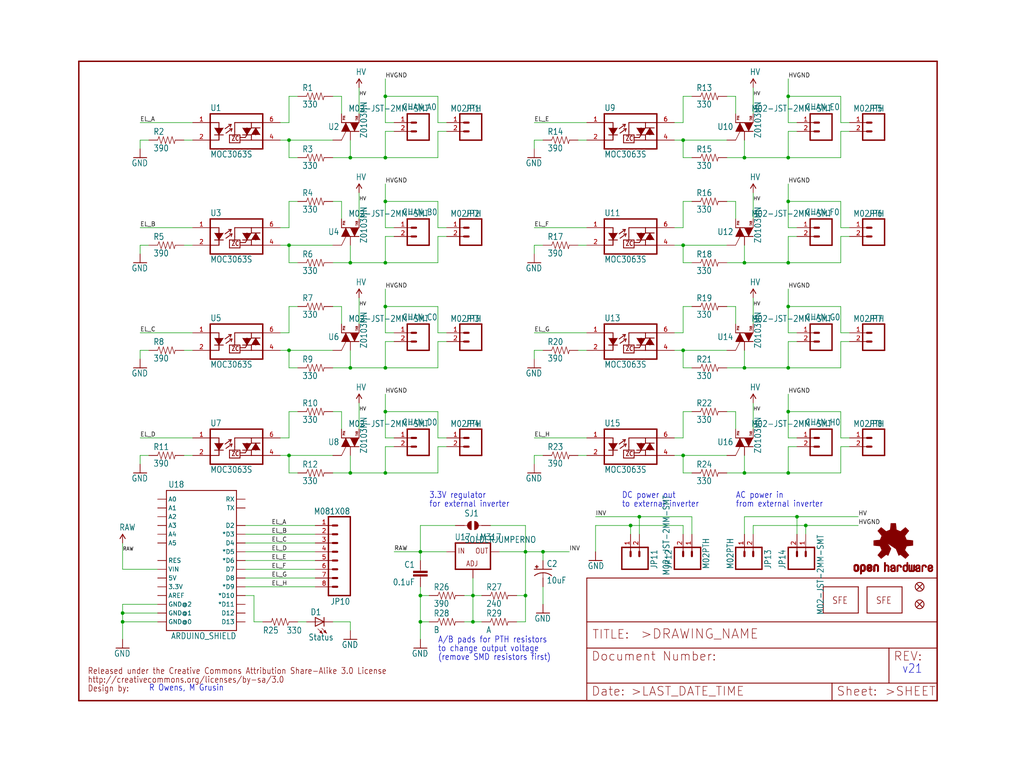
<source format=kicad_sch>
(kicad_sch (version 20211123) (generator eeschema)
  (paper "User" 297.002 223.926)
  (lib_symbols
    (symbol "schematicEagle-eagle-import:ARDUINO_SHIELDNOLABELS"
      (property "Reference" "U" (at -9.652 21.082 0))
      (property "Value" "ARDUINO_SHIELDNOLABELS" (at -8.89 -22.86 0))
      (symbol "ARDUINO_SHIELDNOLABELS_1_0"
        (pin bidirectional line (at -12.7 -7.62 0) (length 2.54) (name "3.3V") (number "3.3V"))
        (pin bidirectional line (at -12.7 -5.08 0) (length 2.54) (name "5V") (number "5V"))
        (pin bidirectional line (at -12.7 17.78 0) (length 2.54) (name "A0") (number "A0"))
        (pin bidirectional line (at -12.7 15.24 0) (length 2.54) (name "A1") (number "A1"))
        (pin bidirectional line (at -12.7 12.7 0) (length 2.54) (name "A2") (number "A2"))
        (pin bidirectional line (at -12.7 10.16 0) (length 2.54) (name "A3") (number "A3"))
        (pin bidirectional line (at -12.7 7.62 0) (length 2.54) (name "A4") (number "A4"))
        (pin bidirectional line (at -12.7 5.08 0) (length 2.54) (name "A5") (number "A5"))
        (pin bidirectional line (at -12.7 -10.16 0) (length 2.54) (name "AREF") (number "AREF"))
        (pin bidirectional line (at 12.7 -10.16 180) (length 2.54) (name "*D10") (number "D10"))
        (pin bidirectional line (at 12.7 -12.7 180) (length 2.54) (name "*D11") (number "D11"))
        (pin bidirectional line (at 12.7 -15.24 180) (length 2.54) (name "D12") (number "D12"))
        (pin bidirectional line (at 12.7 -17.78 180) (length 2.54) (name "D13") (number "D13"))
        (pin bidirectional line (at 12.7 10.16 180) (length 2.54) (name "D2") (number "D2"))
        (pin bidirectional line (at 12.7 7.62 180) (length 2.54) (name "*D3") (number "D3"))
        (pin bidirectional line (at 12.7 5.08 180) (length 2.54) (name "D4") (number "D4"))
        (pin bidirectional line (at 12.7 2.54 180) (length 2.54) (name "*D5") (number "D5"))
        (pin bidirectional line (at 12.7 0 180) (length 2.54) (name "*D6") (number "D6"))
        (pin bidirectional line (at 12.7 -2.54 180) (length 2.54) (name "D7") (number "D7"))
        (pin bidirectional line (at 12.7 -5.08 180) (length 2.54) (name "D8") (number "D8"))
        (pin bidirectional line (at 12.7 -7.62 180) (length 2.54) (name "*D9") (number "D9"))
        (pin bidirectional line (at -12.7 -17.78 0) (length 2.54) (name "GND@0") (number "GND@0"))
        (pin bidirectional line (at -12.7 -15.24 0) (length 2.54) (name "GND@1") (number "GND@1"))
        (pin bidirectional line (at -12.7 -12.7 0) (length 2.54) (name "GND@2") (number "GND@2"))
        (pin bidirectional line (at -12.7 0 0) (length 2.54) (name "RES") (number "RES"))
        (pin bidirectional line (at 12.7 17.78 180) (length 2.54) (name "RX") (number "RX"))
        (pin bidirectional line (at 12.7 15.24 180) (length 2.54) (name "TX") (number "TX"))
        (pin bidirectional line (at -12.7 -2.54 0) (length 2.54) (name "VIN") (number "VIN"))
      )
    )
    (symbol "schematicEagle-eagle-import:CAP0603-CAP"
      (property "Reference" "C" (at 1.524 2.921 0))
      (property "Value" "CAP0603-CAP" (at 1.524 -2.159 0))
      (symbol "CAP0603-CAP_1_0"
        (pin passive line (at 0 5.08 270) (length 2.54) (name "1") (number "1"))
        (pin passive line (at 0 -2.54 90) (length 2.54) (name "2") (number "2"))
      )
    )
    (symbol "schematicEagle-eagle-import:CAP_POL1206"
      (property "Reference" "C" (at 1.016 0.635 0))
      (property "Value" "CAP_POL1206" (at 1.016 -4.191 0))
      (symbol "CAP_POL1206_1_0"
        (pin passive line (at 0 2.54 270) (length 2.54) (name "+") (number "A"))
        (pin passive line (at 0 -5.08 90) (length 2.54) (name "-") (number "C"))
      )
    )
    (symbol "schematicEagle-eagle-import:CREATIVE_COMMONS"
      (symbol "CREATIVE_COMMONS_1_0"
        (text "Design by:" (at 0 0 0) (effects (font (size 1.778 1.5113)) (justify left bottom)))
        (text "http://creativecommons.org/licenses/by-sa/3.0" (at 0 2.54 0) (effects (font (size 1.778 1.5113)) (justify left bottom)))
        (text "Released under the Creative Commons Attribution Share-Alike 3.0 License" (at 0 5.08 0) (effects (font (size 1.778 1.5113)) (justify left bottom)))
      )
    )
    (symbol "schematicEagle-eagle-import:FIDUCIALUFIDUCIAL")
    (symbol "schematicEagle-eagle-import:FRAME-LETTER"
      (symbol "FRAME-LETTER_2_0"
        (text ">DRAWING_NAME" (at 15.494 17.78 0) (effects (font (size 2.7432 2.7432)) (justify left bottom)))
        (text ">LAST_DATE_TIME" (at 12.7 1.27 0) (effects (font (size 2.54 2.54)) (justify left bottom)))
        (text ">SHEET" (at 86.36 1.27 0) (effects (font (size 2.54 2.54)) (justify left bottom)))
        (text "Date:" (at 1.27 1.27 0) (effects (font (size 2.54 2.54)) (justify left bottom)))
        (text "Document Number:" (at 1.27 11.43 0) (effects (font (size 2.54 2.54)) (justify left bottom)))
        (text "REV:" (at 88.9 11.43 0) (effects (font (size 2.54 2.54)) (justify left bottom)))
        (text "Sheet:" (at 72.39 1.27 0) (effects (font (size 2.54 2.54)) (justify left bottom)))
        (text "TITLE:" (at 1.524 17.78 0) (effects (font (size 2.54 2.54)) (justify left bottom)))
      )
    )
    (symbol "schematicEagle-eagle-import:GND" (power)
      (property "Value" "GND" (at -2.54 -2.54 0))
      (symbol "GND_1_0"
        (pin power_in line (at 0 2.54 270) (length 2.54) (name "GND") (number "1"))
      )
    )
    (symbol "schematicEagle-eagle-import:LED0603"
      (property "Reference" "LED" (at 3.556 -4.572 90))
      (property "Value" "LED0603" (at 5.715 -4.572 90))
      (symbol "LED0603_1_0"
        (pin passive line (at 0 2.54 270) (length 2.54) (name "A") (number "A"))
        (pin passive line (at 0 -5.08 90) (length 2.54) (name "C") (number "C"))
      )
    )
    (symbol "schematicEagle-eagle-import:LOGO-SFENEW"
      (symbol "LOGO-SFENEW_1_0"
        (text "SFE" (at 0 0 0) (effects (font (size 1.9304 1.6408)) (justify left bottom)))
      )
    )
    (symbol "schematicEagle-eagle-import:M02-JST-2MM-SMT"
      (property "Reference" "JP" (at -2.54 5.842 0))
      (property "Value" "M02-JST-2MM-SMT" (at -2.54 -5.08 0))
      (symbol "M02-JST-2MM-SMT_1_0"
        (pin passive line (at 7.62 0 180) (length 5.08) (name "1") (number "1"))
        (pin passive line (at 7.62 2.54 180) (length 5.08) (name "2") (number "2"))
      )
    )
    (symbol "schematicEagle-eagle-import:M02PTH"
      (property "Reference" "JP" (at -2.54 5.842 0))
      (property "Value" "M02PTH" (at -2.54 -5.08 0))
      (symbol "M02PTH_1_0"
        (pin passive line (at 7.62 0 180) (length 5.08) (name "1") (number "1"))
        (pin passive line (at 7.62 2.54 180) (length 5.08) (name "2") (number "2"))
      )
    )
    (symbol "schematicEagle-eagle-import:M081X08"
      (property "Reference" "JP" (at -5.08 13.462 0))
      (property "Value" "M081X08" (at -5.08 -12.7 0))
      (symbol "M081X08_1_0"
        (pin passive line (at 5.08 -7.62 180) (length 5.08) (name "1") (number "1"))
        (pin passive line (at 5.08 -5.08 180) (length 5.08) (name "2") (number "2"))
        (pin passive line (at 5.08 -2.54 180) (length 5.08) (name "3") (number "3"))
        (pin passive line (at 5.08 0 180) (length 5.08) (name "4") (number "4"))
        (pin passive line (at 5.08 2.54 180) (length 5.08) (name "5") (number "5"))
        (pin passive line (at 5.08 5.08 180) (length 5.08) (name "6") (number "6"))
        (pin passive line (at 5.08 7.62 180) (length 5.08) (name "7") (number "7"))
        (pin passive line (at 5.08 10.16 180) (length 5.08) (name "8") (number "8"))
      )
    )
    (symbol "schematicEagle-eagle-import:MOC3063S"
      (property "Reference" "U" (at -7.62 5.842 0))
      (property "Value" "MOC3063S" (at -7.62 -7.62 0))
      (symbol "MOC3063S_1_0"
        (text "ZC" (at -1.524 -2.794 0) (effects (font (size 1.27 1.0795) (thickness 0.2159) bold) (justify left bottom)))
        (pin bidirectional line (at -12.7 2.54 0) (length 5.08) (name "A") (number "1"))
        (pin bidirectional line (at -12.7 -2.54 0) (length 5.08) (name "K") (number "2"))
        (pin bidirectional line (at 12.7 -2.54 180) (length 5.08) (name "T2") (number "4"))
        (pin bidirectional line (at 12.7 2.54 180) (length 5.08) (name "T1") (number "6"))
      )
    )
    (symbol "schematicEagle-eagle-import:OSHW-LOGOS")
    (symbol "schematicEagle-eagle-import:RESISTOR0603-RES"
      (property "Reference" "R" (at -3.81 1.4986 0))
      (property "Value" "RESISTOR0603-RES" (at -3.81 -3.302 0))
      (symbol "RESISTOR0603-RES_1_0"
        (pin passive line (at -5.08 0 0) (length 2.54) (name "1") (number "1"))
        (pin passive line (at 5.08 0 180) (length 2.54) (name "2") (number "2"))
      )
    )
    (symbol "schematicEagle-eagle-import:RESISTORPTH-1{slash}4W"
      (property "Reference" "R" (at -3.81 1.4986 0))
      (property "Value" "RESISTORPTH-1{slash}4W" (at -3.81 -3.302 0))
      (symbol "RESISTORPTH-1{slash}4W_1_0"
        (pin passive line (at -5.08 0 0) (length 2.54) (name "1") (number "P$1"))
        (pin passive line (at 5.08 0 180) (length 2.54) (name "2") (number "P$2"))
      )
    )
    (symbol "schematicEagle-eagle-import:SOLDERJUMPERNO"
      (property "Reference" "SJ" (at -2.54 2.54 0))
      (property "Value" "SOLDERJUMPERNO" (at -2.54 -5.08 0))
      (symbol "SOLDERJUMPERNO_1_0"
        (pin passive line (at -5.08 0 0) (length 2.54) (name "1") (number "1"))
        (pin passive line (at 5.08 0 180) (length 2.54) (name "2") (number "2"))
      )
    )
    (symbol "schematicEagle-eagle-import:TRIACSMD"
      (property "Reference" "U" (at 3.175 0.381 0))
      (property "Value" "TRIACSMD" (at -3.048 2.159 0))
      (symbol "TRIACSMD_1_0"
        (text "PIN" (at 2.159 3.175 900) (effects (font (size 0.6096 0.5181)) (justify left bottom)))
        (text "TAB" (at -1.524 3.048 900) (effects (font (size 0.6096 0.5181)) (justify left bottom)))
        (pin bidirectional line (at 0 -2.54 90) (length 2.54) (name "T1") (number "1"))
        (pin passive line (at 2.54 5.08 270) (length 2.54) (name "T2@1") (number "2"))
        (pin bidirectional line (at 5.08 -2.54 180) (length 2.54) (name "G") (number "3"))
        (pin passive line (at -2.54 5.08 270) (length 2.54) (name "T2@2") (number "4"))
      )
    )
    (symbol "schematicEagle-eagle-import:VCC" (power)
      (property "Value" "VCC" (at -1.016 3.556 0))
      (symbol "VCC_1_0"
        (pin power_in line (at 0 0 90) (length 2.54) (name "VCC") (number "1"))
      )
    )
    (symbol "schematicEagle-eagle-import:V_REG_317DPACK"
      (property "Reference" "U" (at 2.54 -7.62 0))
      (property "Value" "V_REG_317DPACK" (at 2.54 -10.16 0))
      (symbol "V_REG_317DPACK_1_0"
        (text "ADJ" (at -2.032 -4.318 0) (effects (font (size 1.524 1.2954)) (justify left bottom)))
        (text "IN" (at -4.445 -0.635 0) (effects (font (size 1.524 1.2954)) (justify left bottom)))
        (text "OUT" (at 0.635 -0.635 0) (effects (font (size 1.524 1.2954)) (justify left bottom)))
        (pin input line (at 0 -7.62 90) (length 2.54) (name "ADJ") (number "1"))
        (pin input line (at -7.62 0 0) (length 2.54) (name "IN") (number "3"))
        (pin output line (at 7.62 0 180) (length 2.54) (name "OUT") (number "4"))
      )
    )
  )
  (junction (at 185.42 149.86))
  (junction (at 83.82 101.6))
  (junction (at 198.12 101.6))
  (junction (at 228.6 106.68))
  (junction (at 121.92 160.02))
  (junction (at 111.76 119.38))
  (junction (at 111.76 106.68))
  (junction (at 83.82 40.64))
  (junction (at 231.14 149.86))
  (junction (at 137.16 180.34))
  (junction (at 137.16 172.72))
  (junction (at 101.6 45.72))
  (junction (at 228.6 27.94))
  (junction (at 35.56 177.8))
  (junction (at 121.92 180.34))
  (junction (at 83.82 71.12))
  (junction (at 228.6 137.16))
  (junction (at 111.76 137.16))
  (junction (at 228.6 58.42))
  (junction (at 228.6 76.2))
  (junction (at 83.82 132.08))
  (junction (at 228.6 45.72))
  (junction (at 215.9 137.16))
  (junction (at 228.6 119.38))
  (junction (at 101.6 76.2))
  (junction (at 198.12 132.08))
  (junction (at 111.76 88.9))
  (junction (at 35.56 180.34))
  (junction (at 228.6 88.9))
  (junction (at 101.6 137.16))
  (junction (at 157.48 160.02))
  (junction (at 152.4 160.02))
  (junction (at 198.12 71.12))
  (junction (at 111.76 76.2))
  (junction (at 198.12 40.64))
  (junction (at 215.9 45.72))
  (junction (at 111.76 45.72))
  (junction (at 121.92 172.72))
  (junction (at 111.76 58.42))
  (junction (at 215.9 106.68))
  (junction (at 152.4 172.72))
  (junction (at 101.6 106.68))
  (junction (at 233.68 152.4))
  (junction (at 111.76 27.94))
  (junction (at 182.88 152.4))
  (junction (at 215.9 76.2))
  (wire (pts (xy 121.92 162.56) (xy 121.92 160.02)))
  (wire (pts (xy 99.06 27.94) (xy 99.06 33.02)))
  (wire (pts (xy 45.72 177.8) (xy 35.56 177.8)))
  (wire (pts (xy 215.9 137.16) (xy 228.6 137.16)))
  (wire (pts (xy 73.66 172.72) (xy 73.66 180.34)))
  (wire (pts (xy 121.92 152.4) (xy 121.92 160.02)))
  (wire (pts (xy 210.82 101.6) (xy 198.12 101.6)))
  (wire (pts (xy 170.18 35.56) (xy 154.94 35.56)))
  (wire (pts (xy 198.12 137.16) (xy 198.12 132.08)))
  (wire (pts (xy 40.64 71.12) (xy 40.64 73.66)))
  (wire (pts (xy 200.66 106.68) (xy 198.12 106.68)))
  (wire (pts (xy 129.54 127) (xy 127 127)))
  (wire (pts (xy 149.86 180.34) (xy 152.4 180.34)))
  (wire (pts (xy 124.46 172.72) (xy 121.92 172.72)))
  (wire (pts (xy 243.84 127) (xy 243.84 119.38)))
  (wire (pts (xy 200.66 76.2) (xy 198.12 76.2)))
  (wire (pts (xy 101.6 137.16) (xy 111.76 137.16)))
  (wire (pts (xy 152.4 160.02) (xy 157.48 160.02)))
  (wire (pts (xy 200.66 45.72) (xy 198.12 45.72)))
  (wire (pts (xy 35.56 157.48) (xy 35.56 165.1)))
  (wire (pts (xy 243.84 137.16) (xy 243.84 129.54)))
  (wire (pts (xy 111.76 119.38) (xy 111.76 114.3)))
  (wire (pts (xy 127 45.72) (xy 127 38.1)))
  (wire (pts (xy 101.6 101.6) (xy 101.6 106.68)))
  (wire (pts (xy 228.6 76.2) (xy 228.6 68.58)))
  (wire (pts (xy 111.76 99.06) (xy 114.3 99.06)))
  (wire (pts (xy 198.12 154.94) (xy 198.12 152.4)))
  (wire (pts (xy 134.62 180.34) (xy 137.16 180.34)))
  (wire (pts (xy 137.16 172.72) (xy 139.7 172.72)))
  (wire (pts (xy 195.58 96.52) (xy 198.12 96.52)))
  (wire (pts (xy 114.3 66.04) (xy 111.76 66.04)))
  (wire (pts (xy 96.52 71.12) (xy 83.82 71.12)))
  (wire (pts (xy 243.84 99.06) (xy 246.38 99.06)))
  (wire (pts (xy 127 68.58) (xy 129.54 68.58)))
  (wire (pts (xy 144.78 160.02) (xy 152.4 160.02)))
  (wire (pts (xy 121.92 172.72) (xy 121.92 170.18)))
  (wire (pts (xy 185.42 154.94) (xy 185.42 149.86)))
  (wire (pts (xy 243.84 137.16) (xy 228.6 137.16)))
  (wire (pts (xy 83.82 35.56) (xy 83.82 27.94)))
  (wire (pts (xy 83.82 66.04) (xy 83.82 58.42)))
  (wire (pts (xy 96.52 106.68) (xy 101.6 106.68)))
  (wire (pts (xy 167.64 132.08) (xy 170.18 132.08)))
  (wire (pts (xy 228.6 129.54) (xy 231.14 129.54)))
  (wire (pts (xy 215.9 132.08) (xy 215.9 137.16)))
  (wire (pts (xy 167.64 101.6) (xy 170.18 101.6)))
  (wire (pts (xy 83.82 40.64) (xy 81.28 40.64)))
  (wire (pts (xy 104.14 116.84) (xy 104.14 124.46)))
  (wire (pts (xy 218.44 55.88) (xy 218.44 63.5)))
  (wire (pts (xy 129.54 66.04) (xy 127 66.04)))
  (wire (pts (xy 167.64 71.12) (xy 170.18 71.12)))
  (wire (pts (xy 129.54 35.56) (xy 127 35.56)))
  (wire (pts (xy 83.82 96.52) (xy 83.82 88.9)))
  (wire (pts (xy 218.44 116.84) (xy 218.44 124.46)))
  (wire (pts (xy 218.44 86.36) (xy 218.44 93.98)))
  (wire (pts (xy 55.88 96.52) (xy 40.64 96.52)))
  (wire (pts (xy 111.76 137.16) (xy 111.76 129.54)))
  (wire (pts (xy 71.12 152.4) (xy 91.44 152.4)))
  (wire (pts (xy 157.48 162.56) (xy 157.48 160.02)))
  (wire (pts (xy 101.6 76.2) (xy 111.76 76.2)))
  (wire (pts (xy 243.84 76.2) (xy 228.6 76.2)))
  (wire (pts (xy 83.82 132.08) (xy 81.28 132.08)))
  (wire (pts (xy 213.36 124.46) (xy 213.36 119.38)))
  (wire (pts (xy 210.82 58.42) (xy 213.36 58.42)))
  (wire (pts (xy 53.34 132.08) (xy 55.88 132.08)))
  (wire (pts (xy 215.9 45.72) (xy 228.6 45.72)))
  (wire (pts (xy 157.48 40.64) (xy 154.94 40.64)))
  (wire (pts (xy 73.66 180.34) (xy 76.2 180.34)))
  (wire (pts (xy 111.76 76.2) (xy 111.76 68.58)))
  (wire (pts (xy 111.76 66.04) (xy 111.76 58.42)))
  (wire (pts (xy 246.38 35.56) (xy 243.84 35.56)))
  (wire (pts (xy 200.66 149.86) (xy 185.42 149.86)))
  (wire (pts (xy 121.92 160.02) (xy 114.3 160.02)))
  (wire (pts (xy 127 96.52) (xy 127 88.9)))
  (wire (pts (xy 228.6 58.42) (xy 228.6 53.34)))
  (wire (pts (xy 137.16 172.72) (xy 137.16 180.34)))
  (wire (pts (xy 243.84 88.9) (xy 228.6 88.9)))
  (wire (pts (xy 40.64 40.64) (xy 40.64 43.18)))
  (wire (pts (xy 43.18 40.64) (xy 40.64 40.64)))
  (wire (pts (xy 142.24 152.4) (xy 152.4 152.4)))
  (wire (pts (xy 243.84 45.72) (xy 228.6 45.72)))
  (wire (pts (xy 215.9 40.64) (xy 215.9 45.72)))
  (wire (pts (xy 218.44 154.94) (xy 218.44 152.4)))
  (wire (pts (xy 127 127) (xy 127 119.38)))
  (wire (pts (xy 83.82 45.72) (xy 83.82 40.64)))
  (wire (pts (xy 71.12 172.72) (xy 73.66 172.72)))
  (wire (pts (xy 213.36 63.5) (xy 213.36 58.42)))
  (wire (pts (xy 96.52 76.2) (xy 101.6 76.2)))
  (wire (pts (xy 198.12 88.9) (xy 200.66 88.9)))
  (wire (pts (xy 152.4 180.34) (xy 152.4 172.72)))
  (wire (pts (xy 195.58 66.04) (xy 198.12 66.04)))
  (wire (pts (xy 127 88.9) (xy 111.76 88.9)))
  (wire (pts (xy 43.18 132.08) (xy 40.64 132.08)))
  (wire (pts (xy 101.6 182.88) (xy 101.6 180.34)))
  (wire (pts (xy 40.64 132.08) (xy 40.64 134.62)))
  (wire (pts (xy 243.84 68.58) (xy 246.38 68.58)))
  (wire (pts (xy 210.82 137.16) (xy 215.9 137.16)))
  (wire (pts (xy 210.82 119.38) (xy 213.36 119.38)))
  (wire (pts (xy 152.4 172.72) (xy 152.4 160.02)))
  (wire (pts (xy 53.34 40.64) (xy 55.88 40.64)))
  (wire (pts (xy 228.6 66.04) (xy 228.6 58.42)))
  (wire (pts (xy 71.12 170.18) (xy 91.44 170.18)))
  (wire (pts (xy 53.34 71.12) (xy 55.88 71.12)))
  (wire (pts (xy 243.84 58.42) (xy 228.6 58.42)))
  (wire (pts (xy 185.42 149.86) (xy 172.72 149.86)))
  (wire (pts (xy 111.76 106.68) (xy 111.76 99.06)))
  (wire (pts (xy 228.6 96.52) (xy 228.6 88.9)))
  (wire (pts (xy 243.84 45.72) (xy 243.84 38.1)))
  (wire (pts (xy 35.56 180.34) (xy 35.56 185.42)))
  (wire (pts (xy 111.76 96.52) (xy 111.76 88.9)))
  (wire (pts (xy 83.82 76.2) (xy 83.82 71.12)))
  (wire (pts (xy 198.12 101.6) (xy 195.58 101.6)))
  (wire (pts (xy 195.58 127) (xy 198.12 127)))
  (wire (pts (xy 210.82 71.12) (xy 198.12 71.12)))
  (wire (pts (xy 228.6 127) (xy 228.6 119.38)))
  (wire (pts (xy 83.82 106.68) (xy 83.82 101.6)))
  (wire (pts (xy 137.16 167.64) (xy 137.16 172.72)))
  (wire (pts (xy 96.52 101.6) (xy 83.82 101.6)))
  (wire (pts (xy 170.18 66.04) (xy 154.94 66.04)))
  (wire (pts (xy 81.28 66.04) (xy 83.82 66.04)))
  (wire (pts (xy 99.06 63.5) (xy 99.06 58.42)))
  (wire (pts (xy 71.12 160.02) (xy 91.44 160.02)))
  (wire (pts (xy 215.9 154.94) (xy 215.9 149.86)))
  (wire (pts (xy 170.18 127) (xy 154.94 127)))
  (wire (pts (xy 104.14 55.88) (xy 104.14 63.5)))
  (wire (pts (xy 55.88 66.04) (xy 40.64 66.04)))
  (wire (pts (xy 198.12 45.72) (xy 198.12 40.64)))
  (wire (pts (xy 215.9 149.86) (xy 231.14 149.86)))
  (wire (pts (xy 243.84 106.68) (xy 243.84 99.06)))
  (wire (pts (xy 40.64 101.6) (xy 40.64 104.14)))
  (wire (pts (xy 246.38 96.52) (xy 243.84 96.52)))
  (wire (pts (xy 228.6 68.58) (xy 231.14 68.58)))
  (wire (pts (xy 45.72 175.26) (xy 35.56 175.26)))
  (wire (pts (xy 198.12 96.52) (xy 198.12 88.9)))
  (wire (pts (xy 198.12 27.94) (xy 200.66 27.94)))
  (wire (pts (xy 124.46 180.34) (xy 121.92 180.34)))
  (wire (pts (xy 182.88 152.4) (xy 172.72 152.4)))
  (wire (pts (xy 210.82 88.9) (xy 213.36 88.9)))
  (wire (pts (xy 198.12 106.68) (xy 198.12 101.6)))
  (wire (pts (xy 83.82 101.6) (xy 81.28 101.6)))
  (wire (pts (xy 96.52 40.64) (xy 83.82 40.64)))
  (wire (pts (xy 134.62 172.72) (xy 137.16 172.72)))
  (wire (pts (xy 246.38 66.04) (xy 243.84 66.04)))
  (wire (pts (xy 228.6 45.72) (xy 228.6 38.1)))
  (wire (pts (xy 86.36 76.2) (xy 83.82 76.2)))
  (wire (pts (xy 231.14 154.94) (xy 231.14 149.86)))
  (wire (pts (xy 127 137.16) (xy 127 129.54)))
  (wire (pts (xy 228.6 35.56) (xy 228.6 27.94)))
  (wire (pts (xy 215.9 106.68) (xy 228.6 106.68)))
  (wire (pts (xy 43.18 71.12) (xy 40.64 71.12)))
  (wire (pts (xy 167.64 40.64) (xy 170.18 40.64)))
  (wire (pts (xy 101.6 71.12) (xy 101.6 76.2)))
  (wire (pts (xy 43.18 101.6) (xy 40.64 101.6)))
  (wire (pts (xy 111.76 38.1) (xy 114.3 38.1)))
  (wire (pts (xy 83.82 137.16) (xy 83.82 132.08)))
  (wire (pts (xy 198.12 76.2) (xy 198.12 71.12)))
  (wire (pts (xy 111.76 127) (xy 111.76 119.38)))
  (wire (pts (xy 83.82 88.9) (xy 86.36 88.9)))
  (wire (pts (xy 127 99.06) (xy 129.54 99.06)))
  (wire (pts (xy 127 137.16) (xy 111.76 137.16)))
  (wire (pts (xy 198.12 132.08) (xy 195.58 132.08)))
  (wire (pts (xy 154.94 40.64) (xy 154.94 43.18)))
  (wire (pts (xy 228.6 119.38) (xy 228.6 114.3)))
  (wire (pts (xy 96.52 132.08) (xy 83.82 132.08)))
  (wire (pts (xy 35.56 175.26) (xy 35.56 177.8)))
  (wire (pts (xy 111.76 58.42) (xy 111.76 53.34)))
  (wire (pts (xy 101.6 45.72) (xy 111.76 45.72)))
  (wire (pts (xy 45.72 165.1) (xy 35.56 165.1)))
  (wire (pts (xy 111.76 45.72) (xy 111.76 38.1)))
  (wire (pts (xy 111.76 129.54) (xy 114.3 129.54)))
  (wire (pts (xy 101.6 180.34) (xy 96.52 180.34)))
  (wire (pts (xy 228.6 27.94) (xy 228.6 22.86)))
  (wire (pts (xy 182.88 154.94) (xy 182.88 152.4)))
  (wire (pts (xy 45.72 180.34) (xy 35.56 180.34)))
  (wire (pts (xy 231.14 96.52) (xy 228.6 96.52)))
  (wire (pts (xy 149.86 172.72) (xy 152.4 172.72)))
  (wire (pts (xy 132.08 152.4) (xy 121.92 152.4)))
  (wire (pts (xy 101.6 132.08) (xy 101.6 137.16)))
  (wire (pts (xy 96.52 88.9) (xy 99.06 88.9)))
  (wire (pts (xy 210.82 106.68) (xy 215.9 106.68)))
  (wire (pts (xy 213.36 93.98) (xy 213.36 88.9)))
  (wire (pts (xy 127 106.68) (xy 111.76 106.68)))
  (wire (pts (xy 114.3 96.52) (xy 111.76 96.52)))
  (wire (pts (xy 228.6 137.16) (xy 228.6 129.54)))
  (wire (pts (xy 157.48 71.12) (xy 154.94 71.12)))
  (wire (pts (xy 215.9 76.2) (xy 228.6 76.2)))
  (wire (pts (xy 96.52 119.38) (xy 99.06 119.38)))
  (wire (pts (xy 228.6 38.1) (xy 231.14 38.1)))
  (wire (pts (xy 111.76 88.9) (xy 111.76 83.82)))
  (wire (pts (xy 101.6 40.64) (xy 101.6 45.72)))
  (wire (pts (xy 233.68 152.4) (xy 248.92 152.4)))
  (wire (pts (xy 198.12 35.56) (xy 198.12 27.94)))
  (wire (pts (xy 170.18 96.52) (xy 154.94 96.52)))
  (wire (pts (xy 35.56 177.8) (xy 35.56 180.34)))
  (wire (pts (xy 71.12 157.48) (xy 91.44 157.48)))
  (wire (pts (xy 86.36 45.72) (xy 83.82 45.72)))
  (wire (pts (xy 114.3 35.56) (xy 111.76 35.56)))
  (wire (pts (xy 127 45.72) (xy 111.76 45.72)))
  (wire (pts (xy 228.6 88.9) (xy 228.6 83.82)))
  (wire (pts (xy 101.6 106.68) (xy 111.76 106.68)))
  (wire (pts (xy 157.48 170.18) (xy 157.48 175.26)))
  (wire (pts (xy 129.54 96.52) (xy 127 96.52)))
  (wire (pts (xy 81.28 96.52) (xy 83.82 96.52)))
  (wire (pts (xy 246.38 127) (xy 243.84 127)))
  (wire (pts (xy 127 35.56) (xy 127 27.94)))
  (wire (pts (xy 215.9 71.12) (xy 215.9 76.2)))
  (wire (pts (xy 198.12 58.42) (xy 200.66 58.42)))
  (wire (pts (xy 198.12 119.38) (xy 200.66 119.38)))
  (wire (pts (xy 200.66 137.16) (xy 198.12 137.16)))
  (wire (pts (xy 243.84 119.38) (xy 228.6 119.38)))
  (wire (pts (xy 152.4 152.4) (xy 152.4 160.02)))
  (wire (pts (xy 198.12 127) (xy 198.12 119.38)))
  (wire (pts (xy 83.82 127) (xy 83.82 119.38)))
  (wire (pts (xy 228.6 99.06) (xy 231.14 99.06)))
  (wire (pts (xy 157.48 160.02) (xy 165.1 160.02)))
  (wire (pts (xy 71.12 154.94) (xy 91.44 154.94)))
  (wire (pts (xy 218.44 25.4) (xy 218.44 33.02)))
  (wire (pts (xy 154.94 101.6) (xy 154.94 104.14)))
  (wire (pts (xy 96.52 58.42) (xy 99.06 58.42)))
  (wire (pts (xy 243.84 66.04) (xy 243.84 58.42)))
  (wire (pts (xy 231.14 66.04) (xy 228.6 66.04)))
  (wire (pts (xy 243.84 106.68) (xy 228.6 106.68)))
  (wire (pts (xy 210.82 76.2) (xy 215.9 76.2)))
  (wire (pts (xy 96.52 45.72) (xy 101.6 45.72)))
  (wire (pts (xy 111.76 68.58) (xy 114.3 68.58)))
  (wire (pts (xy 83.82 119.38) (xy 86.36 119.38)))
  (wire (pts (xy 55.88 127) (xy 40.64 127)))
  (wire (pts (xy 200.66 154.94) (xy 200.66 149.86)))
  (wire (pts (xy 121.92 172.72) (xy 121.92 180.34)))
  (wire (pts (xy 243.84 76.2) (xy 243.84 68.58)))
  (wire (pts (xy 83.82 71.12) (xy 81.28 71.12)))
  (wire (pts (xy 233.68 154.94) (xy 233.68 152.4)))
  (wire (pts (xy 154.94 71.12) (xy 154.94 73.66)))
  (wire (pts (xy 198.12 71.12) (xy 195.58 71.12)))
  (wire (pts (xy 127 119.38) (xy 111.76 119.38)))
  (wire (pts (xy 231.14 149.86) (xy 248.92 149.86)))
  (wire (pts (xy 104.14 86.36) (xy 104.14 93.98)))
  (wire (pts (xy 127 76.2) (xy 127 68.58)))
  (wire (pts (xy 86.36 137.16) (xy 83.82 137.16)))
  (wire (pts (xy 157.48 132.08) (xy 154.94 132.08)))
  (wire (pts (xy 111.76 35.56) (xy 111.76 27.94)))
  (wire (pts (xy 127 106.68) (xy 127 99.06)))
  (wire (pts (xy 81.28 127) (xy 83.82 127)))
  (wire (pts (xy 198.12 40.64) (xy 195.58 40.64)))
  (wire (pts (xy 83.82 27.94) (xy 86.36 27.94)))
  (wire (pts (xy 121.92 180.34) (xy 121.92 185.42)))
  (wire (pts (xy 53.34 101.6) (xy 55.88 101.6)))
  (wire (pts (xy 127 58.42) (xy 111.76 58.42)))
  (wire (pts (xy 71.12 162.56) (xy 91.44 162.56)))
  (wire (pts (xy 243.84 35.56) (xy 243.84 27.94)))
  (wire (pts (xy 127 76.2) (xy 111.76 76.2)))
  (wire (pts (xy 210.82 45.72) (xy 215.9 45.72)))
  (wire (pts (xy 157.48 101.6) (xy 154.94 101.6)))
  (wire (pts (xy 99.06 93.98) (xy 99.06 88.9)))
  (wire (pts (xy 231.14 127) (xy 228.6 127)))
  (wire (pts (xy 127 66.04) (xy 127 58.42)))
  (wire (pts (xy 81.28 35.56) (xy 83.82 35.56)))
  (wire (pts (xy 172.72 152.4) (xy 172.72 160.02)))
  (wire (pts (xy 127 129.54) (xy 129.54 129.54)))
  (wire (pts (xy 228.6 106.68) (xy 228.6 99.06)))
  (wire (pts (xy 86.36 106.68) (xy 83.82 106.68)))
  (wire (pts (xy 55.88 35.56) (xy 40.64 35.56)))
  (wire (pts (xy 215.9 101.6) (xy 215.9 106.68)))
  (wire (pts (xy 71.12 165.1) (xy 91.44 165.1)))
  (wire (pts (xy 213.36 33.02) (xy 213.36 27.94)))
  (wire (pts (xy 137.16 180.34) (xy 139.7 180.34)))
  (wire (pts (xy 198.12 66.04) (xy 198.12 58.42)))
  (wire (pts (xy 96.52 137.16) (xy 101.6 137.16)))
  (wire (pts (xy 83.82 58.42) (xy 86.36 58.42)))
  (wire (pts (xy 71.12 167.64) (xy 91.44 167.64)))
  (wire (pts (xy 243.84 129.54) (xy 246.38 129.54)))
  (wire (pts (xy 111.76 27.94) (xy 111.76 22.86)))
  (wire (pts (xy 243.84 38.1) (xy 246.38 38.1)))
  (wire (pts (xy 114.3 127) (xy 111.76 127)))
  (wire (pts (xy 210.82 132.08) (xy 198.12 132.08)))
  (wire (pts (xy 154.94 132.08) (xy 154.94 134.62)))
  (wire (pts (xy 127 38.1) (xy 129.54 38.1)))
  (wire (pts (xy 198.12 152.4) (xy 182.88 152.4)))
  (wire (pts (xy 210.82 27.94) (xy 213.36 27.94)))
  (wire (pts (xy 129.54 160.02) (xy 121.92 160.02)))
  (wire (pts (xy 218.44 152.4) (xy 233.68 152.4)))
  (wire (pts (xy 243.84 27.94) (xy 228.6 27.94)))
  (wire (pts (xy 104.14 25.4) (xy 104.14 33.02)))
  (wire (pts (xy 127 27.94) (xy 111.76 27.94)))
  (wire (pts (xy 195.58 35.56) (xy 198.12 35.56)))
  (wire (pts (xy 231.14 35.56) (xy 228.6 35.56)))
  (wire (pts (xy 210.82 40.64) (xy 198.12 40.64)))
  (wire (pts (xy 96.52 27.94) (xy 99.06 27.94)))
  (wire (pts (xy 99.06 124.46) (xy 99.06 119.38)))
  (wire (pts (xy 86.36 180.34) (xy 88.9 180.34)))
  (wire (pts (xy 243.84 96.52) (xy 243.84 88.9)))
  (text "DC power out" (at 180.34 144.78 180) (effects (font (size 1.778 1.5113)) (justify left bottom)))
  (text "3.3V regulator" (at 124.46 144.78 180) (effects (font (size 1.778 1.5113)) (justify left bottom)))
  (text "to change output voltage" (at 127 189.23 180) (effects (font (size 1.778 1.5113)) (justify left bottom)))
  (text "R Owens, M Grusin" (at 43.18 200.66 180) (effects (font (size 1.778 1.5113)) (justify left bottom)))
  (text "AC power in" (at 213.36 144.78 180) (effects (font (size 1.778 1.5113)) (justify left bottom)))
  (text "v21" (at 261.62 195.58 180) (effects (font (size 2.54 2.159)) (justify left bottom)))
  (text "A/B pads for PTH resistors" (at 127 186.69 180) (effects (font (size 1.778 1.5113)) (justify left bottom)))
  (text "from external inverter" (at 213.36 147.32 180) (effects (font (size 1.778 1.5113)) (justify left bottom)))
  (text "for external inverter" (at 124.46 147.32 180) (effects (font (size 1.778 1.5113)) (justify left bottom)))
  (text "(remove SMD resistors first)" (at 127 191.77 180) (effects (font (size 1.778 1.5113)) (justify left bottom)))
  (text "to external inverter" (at 180.34 147.32 180) (effects (font (size 1.778 1.5113)) (justify left bottom)))
  (label "HVGND" (at 228.6 22.86 0) (effects (font (size 1.2446 1.2446))))
  (label "EL_A" (at 40.64 35.56 0) (effects (font (size 1.2446 1.2446))))
  (label "HVGND" (at 111.76 22.86 0) (effects (font (size 1.2446 1.2446))))
  (label "HV" (at 218.44 27.94 0) (effects (font (size 1.016 1.016))))
  (label "EL_D" (at 78.74 160.02 0) (effects (font (size 1.2446 1.2446))))
  (label "INV" (at 172.72 149.86 0) (effects (font (size 1.2446 1.2446))))
  (label "HV" (at 218.44 119.38 0) (effects (font (size 1.016 1.016))))
  (label "EL_E" (at 78.74 162.56 0) (effects (font (size 1.2446 1.2446))))
  (label "HV" (at 104.14 27.94 0) (effects (font (size 1.016 1.016))))
  (label "HVGND" (at 111.76 53.34 0) (effects (font (size 1.2446 1.2446))))
  (label "HVGND" (at 111.76 83.82 0) (effects (font (size 1.2446 1.2446))))
  (label "HVGND" (at 228.6 53.34 0) (effects (font (size 1.2446 1.2446))))
  (label "RAW" (at 35.56 160.02 0) (effects (font (size 1.016 1.016))))
  (label "EL_B" (at 78.74 154.94 0) (effects (font (size 1.2446 1.2446))))
  (label "INV" (at 165.1 160.02 0) (effects (font (size 1.2446 1.2446))))
  (label "EL_F" (at 154.94 66.04 0) (effects (font (size 1.2446 1.2446))))
  (label "HVGND" (at 111.76 114.3 0) (effects (font (size 1.2446 1.2446))))
  (label "HV" (at 218.44 58.42 0) (effects (font (size 1.016 1.016))))
  (label "EL_F" (at 78.74 165.1 0) (effects (font (size 1.2446 1.2446))))
  (label "EL_C" (at 40.64 96.52 0) (effects (font (size 1.2446 1.2446))))
  (label "HVGND" (at 248.92 152.4 0) (effects (font (size 1.2446 1.2446))))
  (label "HV" (at 248.92 149.86 0) (effects (font (size 1.2446 1.2446))))
  (label "HVGND" (at 228.6 83.82 0) (effects (font (size 1.2446 1.2446))))
  (label "EL_G" (at 78.74 167.64 0) (effects (font (size 1.2446 1.2446))))
  (label "EL_E" (at 154.94 35.56 0) (effects (font (size 1.2446 1.2446))))
  (label "HV" (at 218.44 88.9 0) (effects (font (size 1.016 1.016))))
  (label "HV" (at 104.14 119.38 0) (effects (font (size 1.016 1.016))))
  (label "EL_C" (at 78.74 157.48 0) (effects (font (size 1.2446 1.2446))))
  (label "EL_D" (at 40.64 127 0) (effects (font (size 1.2446 1.2446))))
  (label "EL_B" (at 40.64 66.04 0) (effects (font (size 1.2446 1.2446))))
  (label "EL_A" (at 78.74 152.4 0) (effects (font (size 1.2446 1.2446))))
  (label "EL_H" (at 78.74 170.18 0) (effects (font (size 1.2446 1.2446))))
  (label "HVGND" (at 228.6 114.3 0) (effects (font (size 1.2446 1.2446))))
  (label "HV" (at 104.14 88.9 0) (effects (font (size 1.016 1.016))))
  (label "EL_H" (at 154.94 127 0) (effects (font (size 1.2446 1.2446))))
  (label "HV" (at 104.14 58.42 0) (effects (font (size 1.016 1.016))))
  (label "EL_G" (at 154.94 96.52 0) (effects (font (size 1.2446 1.2446))))
  (label "RAW" (at 114.3 160.02 0) (effects (font (size 1.2446 1.2446))))
  (symbol (lib_id "schematicEagle-eagle-import:RESISTOR0603-RES") (at 205.74 106.68 0) (unit 1)
    (property "Reference" "R21" (at 201.93 105.1814 0) (effects (font (size 1.778 1.5113)) (justify left bottom)))
    (property "Value" "330" (at 201.93 109.982 0) (effects (font (size 1.778 1.5113)) (justify left bottom)))
    (property "Footprint" "schematicEagle:0603-RES" (effects hide))
  )
  (symbol (lib_id "schematicEagle-eagle-import:TRIACSMD") (at 215.9 129.54 0) (mirror y) (unit 1)
    (property "Reference" "U16" (at 212.725 129.159 0) (effects (font (size 1.778 1.5113)) (justify left bottom)))
    (property "Value" "Z0103MN" (at 218.821 131.572 90) (effects (font (size 1.778 1.5113)) (justify left bottom)))
    (property "Footprint" "schematicEagle:SOT223" (effects hide))
  )
  (symbol (lib_id "schematicEagle-eagle-import:RESISTOR0603-RES") (at 91.44 137.16 0) (unit 1)
    (property "Reference" "R12" (at 87.63 135.6614 0) (effects (font (size 1.778 1.5113)) (justify left bottom)))
    (property "Value" "330" (at 87.63 140.462 0) (effects (font (size 1.778 1.5113)) (justify left bottom)))
    (property "Footprint" "schematicEagle:0603-RES" (effects hide))
  )
  (symbol (lib_id "schematicEagle-eagle-import:RESISTOR0603-RES") (at 162.56 101.6 0) (unit 1)
    (property "Reference" "R20" (at 158.75 100.1014 0) (effects (font (size 1.778 1.5113)) (justify left bottom)))
    (property "Value" "390" (at 158.75 104.902 0) (effects (font (size 1.778 1.5113)) (justify left bottom)))
    (property "Footprint" "schematicEagle:0603-RES" (effects hide))
  )
  (symbol (lib_id "schematicEagle-eagle-import:RESISTOR0603-RES") (at 162.56 40.64 0) (unit 1)
    (property "Reference" "R14" (at 158.75 39.1414 0) (effects (font (size 1.778 1.5113)) (justify left bottom)))
    (property "Value" "390" (at 158.75 43.942 0) (effects (font (size 1.778 1.5113)) (justify left bottom)))
    (property "Footprint" "schematicEagle:0603-RES" (effects hide))
  )
  (symbol (lib_id "schematicEagle-eagle-import:GND") (at 40.64 45.72 0) (unit 1)
    (property "Reference" "#GND2" (effects hide))
    (property "Value" "GND" (at 38.1 48.26 0) (effects (font (size 1.778 1.5113)) (justify left bottom)))
    (property "Footprint" "schematicEagle:" (effects hide))
  )
  (symbol (lib_id "schematicEagle-eagle-import:M02PTH") (at 137.16 35.56 180) (unit 1)
    (property "Reference" "JP1" (at 139.192 30.48 0) (effects (font (size 1.778 1.5113)) (justify left bottom)))
    (property "Value" "M02PTH" (at 139.7 30.48 0) (effects (font (size 1.778 1.5113)) (justify left bottom)))
    (property "Footprint" "schematicEagle:1X02" (effects hide))
  )
  (symbol (lib_id "schematicEagle-eagle-import:VCC") (at 104.14 25.4 0) (unit 1)
    (property "Reference" "#P+6" (effects hide))
    (property "Value" "HV" (at 103.124 21.844 0) (effects (font (size 1.778 1.5113)) (justify left bottom)))
    (property "Footprint" "schematicEagle:" (effects hide))
  )
  (symbol (lib_id "schematicEagle-eagle-import:VCC") (at 104.14 86.36 0) (unit 1)
    (property "Reference" "#P+3" (effects hide))
    (property "Value" "HV" (at 103.124 82.804 0) (effects (font (size 1.778 1.5113)) (justify left bottom)))
    (property "Footprint" "schematicEagle:" (effects hide))
  )
  (symbol (lib_id "schematicEagle-eagle-import:M081X08") (at 96.52 160.02 180) (unit 1)
    (property "Reference" "JP10" (at 101.6 173.482 0) (effects (font (size 1.778 1.5113)) (justify left bottom)))
    (property "Value" "M081X08" (at 101.6 147.32 0) (effects (font (size 1.778 1.5113)) (justify left bottom)))
    (property "Footprint" "schematicEagle:1X08" (effects hide))
  )
  (symbol (lib_id "schematicEagle-eagle-import:RESISTOR0603-RES") (at 48.26 132.08 0) (unit 1)
    (property "Reference" "R11" (at 44.45 130.5814 0) (effects (font (size 1.778 1.5113)) (justify left bottom)))
    (property "Value" "390" (at 44.45 135.382 0) (effects (font (size 1.778 1.5113)) (justify left bottom)))
    (property "Footprint" "schematicEagle:0603-RES" (effects hide))
  )
  (symbol (lib_id "schematicEagle-eagle-import:RESISTOR0603-RES") (at 144.78 172.72 0) (unit 1)
    (property "Reference" "R27" (at 140.97 171.2214 0) (effects (font (size 1.778 1.5113)) (justify left bottom)))
    (property "Value" "240" (at 140.97 176.022 0) (effects (font (size 1.778 1.5113)) (justify left bottom)))
    (property "Footprint" "schematicEagle:0603-RES" (effects hide))
  )
  (symbol (lib_id "schematicEagle-eagle-import:FIDUCIALUFIDUCIAL") (at 266.7 170.18 0) (unit 1)
    (property "Reference" "JP17" (effects hide))
    (property "Value" "FIDUCIALUFIDUCIAL" (effects hide))
    (property "Footprint" "schematicEagle:MICRO-FIDUCIAL" (effects hide))
  )
  (symbol (lib_id "schematicEagle-eagle-import:RESISTOR0603-RES") (at 205.74 76.2 0) (unit 1)
    (property "Reference" "R18" (at 201.93 74.7014 0) (effects (font (size 1.778 1.5113)) (justify left bottom)))
    (property "Value" "330" (at 201.93 79.502 0) (effects (font (size 1.778 1.5113)) (justify left bottom)))
    (property "Footprint" "schematicEagle:0603-RES" (effects hide))
  )
  (symbol (lib_id "schematicEagle-eagle-import:VCC") (at 218.44 25.4 0) (unit 1)
    (property "Reference" "#P+5" (effects hide))
    (property "Value" "HV" (at 217.424 21.844 0) (effects (font (size 1.778 1.5113)) (justify left bottom)))
    (property "Footprint" "schematicEagle:" (effects hide))
  )
  (symbol (lib_id "schematicEagle-eagle-import:RESISTOR0603-RES") (at 205.74 27.94 0) (unit 1)
    (property "Reference" "R13" (at 201.93 26.4414 0) (effects (font (size 1.778 1.5113)) (justify left bottom)))
    (property "Value" "330" (at 201.93 31.242 0) (effects (font (size 1.778 1.5113)) (justify left bottom)))
    (property "Footprint" "schematicEagle:0603-RES" (effects hide))
  )
  (symbol (lib_id "schematicEagle-eagle-import:TRIACSMD") (at 101.6 38.1 0) (mirror y) (unit 1)
    (property "Reference" "U2" (at 98.425 37.719 0) (effects (font (size 1.778 1.5113)) (justify left bottom)))
    (property "Value" "Z0103MN" (at 104.521 40.132 90) (effects (font (size 1.778 1.5113)) (justify left bottom)))
    (property "Footprint" "schematicEagle:SOT223" (effects hide))
  )
  (symbol (lib_id "schematicEagle-eagle-import:M02PTH") (at 215.9 162.56 270) (mirror x) (unit 1)
    (property "Reference" "JP13" (at 221.742 165.1 0) (effects (font (size 1.778 1.5113)) (justify left bottom)))
    (property "Value" "M02PTH" (at 210.82 165.1 0) (effects (font (size 1.778 1.5113)) (justify left bottom)))
    (property "Footprint" "schematicEagle:1X02" (effects hide))
  )
  (symbol (lib_id "schematicEagle-eagle-import:VCC") (at 35.56 157.48 0) (unit 1)
    (property "Reference" "#P+1" (effects hide))
    (property "Value" "RAW" (at 34.544 153.924 0) (effects (font (size 1.778 1.5113)) (justify left bottom)))
    (property "Footprint" "schematicEagle:" (effects hide))
  )
  (symbol (lib_id "schematicEagle-eagle-import:RESISTOR0603-RES") (at 162.56 71.12 0) (unit 1)
    (property "Reference" "R17" (at 158.75 69.6214 0) (effects (font (size 1.778 1.5113)) (justify left bottom)))
    (property "Value" "390" (at 158.75 74.422 0) (effects (font (size 1.778 1.5113)) (justify left bottom)))
    (property "Footprint" "schematicEagle:0603-RES" (effects hide))
  )
  (symbol (lib_id "schematicEagle-eagle-import:OSHW-LOGOS") (at 259.08 157.48 0) (unit 1)
    (property "Reference" "U$5" (effects hide))
    (property "Value" "OSHW-LOGOS" (effects hide))
    (property "Footprint" "schematicEagle:OSHW-LOGO-S" (effects hide))
  )
  (symbol (lib_id "schematicEagle-eagle-import:RESISTOR0603-RES") (at 91.44 106.68 0) (unit 1)
    (property "Reference" "R9" (at 87.63 105.1814 0) (effects (font (size 1.778 1.5113)) (justify left bottom)))
    (property "Value" "330" (at 87.63 109.982 0) (effects (font (size 1.778 1.5113)) (justify left bottom)))
    (property "Footprint" "schematicEagle:0603-RES" (effects hide))
  )
  (symbol (lib_id "schematicEagle-eagle-import:RESISTOR0603-RES") (at 91.44 27.94 0) (unit 1)
    (property "Reference" "R1" (at 87.63 26.4414 0) (effects (font (size 1.778 1.5113)) (justify left bottom)))
    (property "Value" "330" (at 87.63 31.242 0) (effects (font (size 1.778 1.5113)) (justify left bottom)))
    (property "Footprint" "schematicEagle:0603-RES" (effects hide))
  )
  (symbol (lib_id "schematicEagle-eagle-import:VCC") (at 218.44 86.36 0) (unit 1)
    (property "Reference" "#P+8" (effects hide))
    (property "Value" "HV" (at 217.424 82.804 0) (effects (font (size 1.778 1.5113)) (justify left bottom)))
    (property "Footprint" "schematicEagle:" (effects hide))
  )
  (symbol (lib_id "schematicEagle-eagle-import:CAP0603-CAP") (at 121.92 167.64 0) (mirror y) (unit 1)
    (property "Reference" "C1" (at 120.396 164.719 0) (effects (font (size 1.778 1.5113)) (justify left bottom)))
    (property "Value" "0.1uF" (at 120.396 169.799 0) (effects (font (size 1.778 1.5113)) (justify left bottom)))
    (property "Footprint" "schematicEagle:0603-CAP" (effects hide))
  )
  (symbol (lib_id "schematicEagle-eagle-import:M02PTH") (at 137.16 66.04 180) (unit 1)
    (property "Reference" "JP2" (at 139.192 60.96 0) (effects (font (size 1.778 1.5113)) (justify left bottom)))
    (property "Value" "M02PTH" (at 139.7 60.96 0) (effects (font (size 1.778 1.5113)) (justify left bottom)))
    (property "Footprint" "schematicEagle:1X02" (effects hide))
  )
  (symbol (lib_id "schematicEagle-eagle-import:FIDUCIALUFIDUCIAL") (at 266.7 175.26 0) (unit 1)
    (property "Reference" "JP16" (effects hide))
    (property "Value" "FIDUCIALUFIDUCIAL" (effects hide))
    (property "Footprint" "schematicEagle:MICRO-FIDUCIAL" (effects hide))
  )
  (symbol (lib_id "schematicEagle-eagle-import:GND") (at 154.94 137.16 0) (unit 1)
    (property "Reference" "#GND12" (effects hide))
    (property "Value" "GND" (at 152.4 139.7 0) (effects (font (size 1.778 1.5113)) (justify left bottom)))
    (property "Footprint" "schematicEagle:" (effects hide))
  )
  (symbol (lib_id "schematicEagle-eagle-import:TRIACSMD") (at 101.6 68.58 0) (mirror y) (unit 1)
    (property "Reference" "U4" (at 98.425 68.199 0) (effects (font (size 1.778 1.5113)) (justify left bottom)))
    (property "Value" "Z0103MN" (at 104.521 70.612 90) (effects (font (size 1.778 1.5113)) (justify left bottom)))
    (property "Footprint" "schematicEagle:SOT223" (effects hide))
  )
  (symbol (lib_id "schematicEagle-eagle-import:RESISTOR0603-RES") (at 205.74 119.38 0) (unit 1)
    (property "Reference" "R22" (at 201.93 117.8814 0) (effects (font (size 1.778 1.5113)) (justify left bottom)))
    (property "Value" "330" (at 201.93 122.682 0) (effects (font (size 1.778 1.5113)) (justify left bottom)))
    (property "Footprint" "schematicEagle:0603-RES" (effects hide))
  )
  (symbol (lib_id "schematicEagle-eagle-import:VCC") (at 218.44 116.84 0) (unit 1)
    (property "Reference" "#P+9" (effects hide))
    (property "Value" "HV" (at 217.424 113.284 0) (effects (font (size 1.778 1.5113)) (justify left bottom)))
    (property "Footprint" "schematicEagle:" (effects hide))
  )
  (symbol (lib_id "schematicEagle-eagle-import:RESISTOR0603-RES") (at 91.44 58.42 0) (unit 1)
    (property "Reference" "R4" (at 87.63 56.9214 0) (effects (font (size 1.778 1.5113)) (justify left bottom)))
    (property "Value" "330" (at 87.63 61.722 0) (effects (font (size 1.778 1.5113)) (justify left bottom)))
    (property "Footprint" "schematicEagle:0603-RES" (effects hide))
  )
  (symbol (lib_id "schematicEagle-eagle-import:RESISTOR0603-RES") (at 91.44 88.9 0) (unit 1)
    (property "Reference" "R7" (at 87.63 87.4014 0) (effects (font (size 1.778 1.5113)) (justify left bottom)))
    (property "Value" "330" (at 87.63 92.202 0) (effects (font (size 1.778 1.5113)) (justify left bottom)))
    (property "Footprint" "schematicEagle:0603-RES" (effects hide))
  )
  (symbol (lib_id "schematicEagle-eagle-import:M02PTH") (at 254 35.56 180) (unit 1)
    (property "Reference" "JP5" (at 256.032 30.48 0) (effects (font (size 1.778 1.5113)) (justify left bottom)))
    (property "Value" "M02PTH" (at 256.54 30.48 0) (effects (font (size 1.778 1.5113)) (justify left bottom)))
    (property "Footprint" "schematicEagle:1X02" (effects hide))
  )
  (symbol (lib_id "schematicEagle-eagle-import:TRIACSMD") (at 215.9 68.58 0) (mirror y) (unit 1)
    (property "Reference" "U12" (at 212.725 68.199 0) (effects (font (size 1.778 1.5113)) (justify left bottom)))
    (property "Value" "Z0103MN" (at 218.821 70.612 90) (effects (font (size 1.778 1.5113)) (justify left bottom)))
    (property "Footprint" "schematicEagle:SOT223" (effects hide))
  )
  (symbol (lib_id "schematicEagle-eagle-import:M02PTH") (at 200.66 162.56 90) (unit 1)
    (property "Reference" "JP12" (at 194.818 165.1 0) (effects (font (size 1.778 1.5113)) (justify left bottom)))
    (property "Value" "M02PTH" (at 205.74 165.1 0) (effects (font (size 1.778 1.5113)) (justify left bottom)))
    (property "Footprint" "schematicEagle:1X02" (effects hide))
  )
  (symbol (lib_id "schematicEagle-eagle-import:TRIACSMD") (at 101.6 99.06 0) (mirror y) (unit 1)
    (property "Reference" "U6" (at 98.425 98.679 0) (effects (font (size 1.778 1.5113)) (justify left bottom)))
    (property "Value" "Z0103MN" (at 104.521 101.092 90) (effects (font (size 1.778 1.5113)) (justify left bottom)))
    (property "Footprint" "schematicEagle:SOT223" (effects hide))
  )
  (symbol (lib_id "schematicEagle-eagle-import:M02-JST-2MM-SMT") (at 121.92 35.56 180) (unit 1)
    (property "Reference" "CHAN_A0" (at 116.586 32.004 0) (effects (font (size 1.778 1.5113)) (justify right top)))
    (property "Value" "M02-JST-2MM-SMT" (at 124.46 30.48 0) (effects (font (size 1.778 1.5113)) (justify left bottom)))
    (property "Footprint" "schematicEagle:JST-2-SMD" (effects hide))
  )
  (symbol (lib_id "schematicEagle-eagle-import:M02-JST-2MM-SMT") (at 121.92 127 180) (unit 1)
    (property "Reference" "CHAN_D0" (at 116.586 123.444 0) (effects (font (size 1.778 1.5113)) (justify right top)))
    (property "Value" "M02-JST-2MM-SMT" (at 124.46 121.92 0) (effects (font (size 1.778 1.5113)) (justify left bottom)))
    (property "Footprint" "schematicEagle:JST-2-SMD" (effects hide))
  )
  (symbol (lib_id "schematicEagle-eagle-import:RESISTOR0603-RES") (at 129.54 172.72 0) (unit 1)
    (property "Reference" "R26" (at 125.73 171.2214 0) (effects (font (size 1.778 1.5113)) (justify left bottom)))
    (property "Value" "390" (at 125.73 176.022 0) (effects (font (size 1.778 1.5113)) (justify left bottom)))
    (property "Footprint" "schematicEagle:0603-RES" (effects hide))
  )
  (symbol (lib_id "schematicEagle-eagle-import:CAP_POL1206") (at 157.48 165.1 0) (unit 1)
    (property "Reference" "C2" (at 158.496 164.465 0) (effects (font (size 1.778 1.5113)) (justify left bottom)))
    (property "Value" "10uF" (at 158.496 169.291 0) (effects (font (size 1.778 1.5113)) (justify left bottom)))
    (property "Footprint" "schematicEagle:EIA3216" (effects hide))
  )
  (symbol (lib_id "schematicEagle-eagle-import:M02-JST-2MM-SMT") (at 238.76 96.52 180) (unit 1)
    (property "Reference" "CHAN_G0" (at 233.426 92.964 0) (effects (font (size 1.778 1.5113)) (justify right top)))
    (property "Value" "M02-JST-2MM-SMT" (at 241.3 91.44 0) (effects (font (size 1.778 1.5113)) (justify left bottom)))
    (property "Footprint" "schematicEagle:JST-2-SMD" (effects hide))
  )
  (symbol (lib_id "schematicEagle-eagle-import:GND") (at 40.64 76.2 0) (unit 1)
    (property "Reference" "#GND3" (effects hide))
    (property "Value" "GND" (at 38.1 78.74 0) (effects (font (size 1.778 1.5113)) (justify left bottom)))
    (property "Footprint" "schematicEagle:" (effects hide))
  )
  (symbol (lib_id "schematicEagle-eagle-import:M02PTH") (at 137.16 127 180) (unit 1)
    (property "Reference" "JP4" (at 139.192 121.92 0) (effects (font (size 1.778 1.5113)) (justify left bottom)))
    (property "Value" "M02PTH" (at 139.7 121.92 0) (effects (font (size 1.778 1.5113)) (justify left bottom)))
    (property "Footprint" "schematicEagle:1X02" (effects hide))
  )
  (symbol (lib_id "schematicEagle-eagle-import:M02-JST-2MM-SMT") (at 233.68 162.56 90) (unit 1)
    (property "Reference" "JP14" (at 227.838 165.1 0) (effects (font (size 1.778 1.5113)) (justify left bottom)))
    (property "Value" "M02-JST-2MM-SMT" (at 236.982 154.94 0) (effects (font (size 1.778 1.5113)) (justify right top)))
    (property "Footprint" "schematicEagle:JST-2-SMD" (effects hide))
  )
  (symbol (lib_id "schematicEagle-eagle-import:M02-JST-2MM-SMT") (at 238.76 127 180) (unit 1)
    (property "Reference" "CHAN_H0" (at 233.426 123.444 0) (effects (font (size 1.778 1.5113)) (justify right top)))
    (property "Value" "M02-JST-2MM-SMT" (at 241.3 121.92 0) (effects (font (size 1.778 1.5113)) (justify left bottom)))
    (property "Footprint" "schematicEagle:JST-2-SMD" (effects hide))
  )
  (symbol (lib_id "schematicEagle-eagle-import:RESISTOR0603-RES") (at 205.74 88.9 0) (unit 1)
    (property "Reference" "R19" (at 201.93 87.4014 0) (effects (font (size 1.778 1.5113)) (justify left bottom)))
    (property "Value" "330" (at 201.93 92.202 0) (effects (font (size 1.778 1.5113)) (justify left bottom)))
    (property "Footprint" "schematicEagle:0603-RES" (effects hide))
  )
  (symbol (lib_id "schematicEagle-eagle-import:RESISTOR0603-RES") (at 91.44 76.2 0) (unit 1)
    (property "Reference" "R6" (at 87.63 74.7014 0) (effects (font (size 1.778 1.5113)) (justify left bottom)))
    (property "Value" "330" (at 87.63 79.502 0) (effects (font (size 1.778 1.5113)) (justify left bottom)))
    (property "Footprint" "schematicEagle:0603-RES" (effects hide))
  )
  (symbol (lib_id "schematicEagle-eagle-import:M02-JST-2MM-SMT") (at 238.76 35.56 180) (unit 1)
    (property "Reference" "CHAN_E0" (at 233.426 32.004 0) (effects (font (size 1.778 1.5113)) (justify right top)))
    (property "Value" "M02-JST-2MM-SMT" (at 241.3 30.48 0) (effects (font (size 1.778 1.5113)) (justify left bottom)))
    (property "Footprint" "schematicEagle:JST-2-SMD" (effects hide))
  )
  (symbol (lib_id "schematicEagle-eagle-import:V_REG_317DPACK") (at 137.16 160.02 0) (unit 1)
    (property "Reference" "U17" (at 131.826 156.718 0) (effects (font (size 1.778 1.5113)) (justify left bottom)))
    (property "Value" "LM317" (at 137.922 156.718 0) (effects (font (size 1.778 1.5113)) (justify left bottom)))
    (property "Footprint" "schematicEagle:V-REG_DPACK" (effects hide))
  )
  (symbol (lib_id "schematicEagle-eagle-import:M02-JST-2MM-SMT") (at 182.88 162.56 270) (mirror x) (unit 1)
    (property "Reference" "JP11" (at 188.722 165.1 0) (effects (font (size 1.778 1.5113)) (justify left bottom)))
    (property "Value" "M02-JST-2MM-SMT" (at 192.278 143.51 0) (effects (font (size 1.778 1.5113)) (justify right bottom)))
    (property "Footprint" "schematicEagle:JST-2-SMD" (effects hide))
  )
  (symbol (lib_id "schematicEagle-eagle-import:FRAME-LETTER") (at 22.86 203.2 0) (unit 1)
    (property "Reference" "#FRAME1" (effects hide))
    (property "Value" "FRAME-LETTER" (effects hide))
    (property "Footprint" "schematicEagle:" (effects hide))
  )
  (symbol (lib_id "schematicEagle-eagle-import:GND") (at 35.56 187.96 0) (unit 1)
    (property "Reference" "#GND1" (effects hide))
    (property "Value" "GND" (at 33.02 190.5 0) (effects (font (size 1.778 1.5113)) (justify left bottom)))
    (property "Footprint" "schematicEagle:" (effects hide))
  )
  (symbol (lib_id "schematicEagle-eagle-import:GND") (at 172.72 162.56 0) (mirror y) (unit 1)
    (property "Reference" "#GND6" (effects hide))
    (property "Value" "GND" (at 175.26 165.1 0) (effects (font (size 1.778 1.5113)) (justify left bottom)))
    (property "Footprint" "schematicEagle:" (effects hide))
  )
  (symbol (lib_id "schematicEagle-eagle-import:M02-JST-2MM-SMT") (at 121.92 66.04 180) (unit 1)
    (property "Reference" "CHAN_B0" (at 116.586 62.484 0) (effects (font (size 1.778 1.5113)) (justify right top)))
    (property "Value" "M02-JST-2MM-SMT" (at 124.46 60.96 0) (effects (font (size 1.778 1.5113)) (justify left bottom)))
    (property "Footprint" "schematicEagle:JST-2-SMD" (effects hide))
  )
  (symbol (lib_id "schematicEagle-eagle-import:RESISTOR0603-RES") (at 48.26 40.64 0) (unit 1)
    (property "Reference" "R2" (at 44.45 39.1414 0) (effects (font (size 1.778 1.5113)) (justify left bottom)))
    (property "Value" "390" (at 44.45 43.942 0) (effects (font (size 1.778 1.5113)) (justify left bottom)))
    (property "Footprint" "schematicEagle:0603-RES" (effects hide))
  )
  (symbol (lib_id "schematicEagle-eagle-import:SOLDERJUMPERNO") (at 137.16 152.4 0) (unit 1)
    (property "Reference" "SJ1" (at 134.62 149.86 0) (effects (font (size 1.778 1.5113)) (justify left bottom)))
    (property "Value" "SOLDERJUMPERNO" (at 134.62 157.48 0) (effects (font (size 1.778 1.5113)) (justify left bottom)))
    (property "Footprint" "schematicEagle:SJ_2S-NO" (effects hide))
  )
  (symbol (lib_id "schematicEagle-eagle-import:RESISTOR0603-RES") (at 162.56 132.08 0) (unit 1)
    (property "Reference" "R23" (at 158.75 130.5814 0) (effects (font (size 1.778 1.5113)) (justify left bottom)))
    (property "Value" "390" (at 158.75 135.382 0) (effects (font (size 1.778 1.5113)) (justify left bottom)))
    (property "Footprint" "schematicEagle:0603-RES" (effects hide))
  )
  (symbol (lib_id "schematicEagle-eagle-import:MOC3063S") (at 182.88 99.06 0) (unit 1)
    (property "Reference" "U13" (at 175.26 93.218 0) (effects (font (size 1.778 1.5113)) (justify left bottom)))
    (property "Value" "MOC3063S" (at 175.26 106.68 0) (effects (font (size 1.778 1.5113)) (justify left bottom)))
    (property "Footprint" "schematicEagle:DIP8SMD" (effects hide))
  )
  (symbol (lib_id "schematicEagle-eagle-import:GND") (at 157.48 177.8 0) (unit 1)
    (property "Reference" "#GND10" (effects hide))
    (property "Value" "GND" (at 154.94 180.34 0) (effects (font (size 1.778 1.5113)) (justify left bottom)))
    (property "Footprint" "schematicEagle:" (effects hide))
  )
  (symbol (lib_id "schematicEagle-eagle-import:VCC") (at 218.44 55.88 0) (unit 1)
    (property "Reference" "#P+7" (effects hide))
    (property "Value" "HV" (at 217.424 52.324 0) (effects (font (size 1.778 1.5113)) (justify left bottom)))
    (property "Footprint" "schematicEagle:" (effects hide))
  )
  (symbol (lib_id "schematicEagle-eagle-import:GND") (at 154.94 76.2 0) (unit 1)
    (property "Reference" "#GND8" (effects hide))
    (property "Value" "GND" (at 152.4 78.74 0) (effects (font (size 1.778 1.5113)) (justify left bottom)))
    (property "Footprint" "schematicEagle:" (effects hide))
  )
  (symbol (lib_id "schematicEagle-eagle-import:M02PTH") (at 254 66.04 180) (unit 1)
    (property "Reference" "JP6" (at 256.032 60.96 0) (effects (font (size 1.778 1.5113)) (justify left bottom)))
    (property "Value" "M02PTH" (at 256.54 60.96 0) (effects (font (size 1.778 1.5113)) (justify left bottom)))
    (property "Footprint" "schematicEagle:1X02" (effects hide))
  )
  (symbol (lib_id "schematicEagle-eagle-import:LED0603") (at 91.44 180.34 90) (unit 1)
    (property "Reference" "D1" (at 93.218 176.53 90) (effects (font (size 1.778 1.5113)) (justify left bottom)))
    (property "Value" "Status" (at 89.408 185.801 90) (effects (font (size 1.778 1.5113)) (justify right top)))
    (property "Footprint" "schematicEagle:LED-0603" (effects hide))
  )
  (symbol (lib_id "schematicEagle-eagle-import:GND") (at 101.6 185.42 0) (unit 1)
    (property "Reference" "#GND14" (effects hide))
    (property "Value" "GND" (at 99.06 187.96 0) (effects (font (size 1.778 1.5113)) (justify left bottom)))
    (property "Footprint" "schematicEagle:" (effects hide))
  )
  (symbol (lib_id "schematicEagle-eagle-import:M02-JST-2MM-SMT") (at 121.92 96.52 180) (unit 1)
    (property "Reference" "CHAN_C0" (at 116.586 92.964 0) (effects (font (size 1.778 1.5113)) (justify right top)))
    (property "Value" "M02-JST-2MM-SMT" (at 124.46 91.44 0) (effects (font (size 1.778 1.5113)) (justify left bottom)))
    (property "Footprint" "schematicEagle:JST-2-SMD" (effects hide))
  )
  (symbol (lib_id "schematicEagle-eagle-import:GND") (at 40.64 137.16 0) (unit 1)
    (property "Reference" "#GND5" (effects hide))
    (property "Value" "GND" (at 38.1 139.7 0) (effects (font (size 1.778 1.5113)) (justify left bottom)))
    (property "Footprint" "schematicEagle:" (effects hide))
  )
  (symbol (lib_id "schematicEagle-eagle-import:VCC") (at 104.14 55.88 0) (unit 1)
    (property "Reference" "#P+2" (effects hide))
    (property "Value" "HV" (at 103.124 52.324 0) (effects (font (size 1.778 1.5113)) (justify left bottom)))
    (property "Footprint" "schematicEagle:" (effects hide))
  )
  (symbol (lib_id "schematicEagle-eagle-import:RESISTOR0603-RES") (at 205.74 58.42 0) (unit 1)
    (property "Reference" "R16" (at 201.93 56.9214 0) (effects (font (size 1.778 1.5113)) (justify left bottom)))
    (property "Value" "330" (at 201.93 61.722 0) (effects (font (size 1.778 1.5113)) (justify left bottom)))
    (property "Footprint" "schematicEagle:0603-RES" (effects hide))
  )
  (symbol (lib_id "schematicEagle-eagle-import:M02PTH") (at 137.16 96.52 180) (unit 1)
    (property "Reference" "JP3" (at 139.192 91.44 0) (effects (font (size 1.778 1.5113)) (justify left bottom)))
    (property "Value" "M02PTH" (at 139.7 91.44 0) (effects (font (size 1.778 1.5113)) (justify left bottom)))
    (property "Footprint" "schematicEagle:1X02" (effects hide))
  )
  (symbol (lib_id "schematicEagle-eagle-import:LOGO-SFENEW") (at 241.3 175.26 0) (unit 1)
    (property "Reference" "JP15" (effects hide))
    (property "Value" "LOGO-SFENEW" (effects hide))
    (property "Footprint" "schematicEagle:SFE-NEW-WEBLOGO" (effects hide))
  )
  (symbol (lib_id "schematicEagle-eagle-import:MOC3063S") (at 68.58 68.58 0) (unit 1)
    (property "Reference" "U3" (at 60.96 62.738 0) (effects (font (size 1.778 1.5113)) (justify left bottom)))
    (property "Value" "MOC3063S" (at 60.96 76.2 0) (effects (font (size 1.778 1.5113)) (justify left bottom)))
    (property "Footprint" "schematicEagle:DIP8SMD" (effects hide))
  )
  (symbol (lib_id "schematicEagle-eagle-import:GND") (at 154.94 45.72 0) (unit 1)
    (property "Reference" "#GND7" (effects hide))
    (property "Value" "GND" (at 152.4 48.26 0) (effects (font (size 1.778 1.5113)) (justify left bottom)))
    (property "Footprint" "schematicEagle:" (effects hide))
  )
  (symbol (lib_id "schematicEagle-eagle-import:TRIACSMD") (at 215.9 99.06 0) (mirror y) (unit 1)
    (property "Reference" "U14" (at 212.725 98.679 0) (effects (font (size 1.778 1.5113)) (justify left bottom)))
    (property "Value" "Z0103MN" (at 218.821 101.092 90) (effects (font (size 1.778 1.5113)) (justify left bottom)))
    (property "Footprint" "schematicEagle:SOT223" (effects hide))
  )
  (symbol (lib_id "schematicEagle-eagle-import:MOC3063S") (at 68.58 129.54 0) (unit 1)
    (property "Reference" "U7" (at 60.96 123.698 0) (effects (font (size 1.778 1.5113)) (justify left bottom)))
    (property "Value" "MOC3063S" (at 60.96 137.16 0) (effects (font (size 1.778 1.5113)) (justify left bottom)))
    (property "Footprint" "schematicEagle:DIP8SMD" (effects hide))
  )
  (symbol (lib_id "schematicEagle-eagle-import:M02PTH") (at 254 127 180) (unit 1)
    (property "Reference" "JP8" (at 256.032 121.92 0) (effects (font (size 1.778 1.5113)) (justify left bottom)))
    (property "Value" "M02PTH" (at 256.54 121.92 0) (effects (font (size 1.778 1.5113)) (justify left bottom)))
    (property "Footprint" "schematicEagle:1X02" (effects hide))
  )
  (symbol (lib_id "schematicEagle-eagle-import:RESISTORPTH-1{slash}4W") (at 129.54 180.34 0) (unit 1)
    (property "Reference" "R28" (at 125.73 178.8414 0) (effects (font (size 1.778 1.5113)) (justify left bottom)))
    (property "Value" "B" (at 125.73 183.642 0) (effects (font (size 1.778 1.5113)) (justify left bottom)))
    (property "Footprint" "schematicEagle:AXIAL-0.4" (effects hide))
  )
  (symbol (lib_id "schematicEagle-eagle-import:RESISTOR0603-RES") (at 91.44 45.72 0) (unit 1)
    (property "Reference" "R3" (at 87.63 44.2214 0) (effects (font (size 1.778 1.5113)) (justify left bottom)))
    (property "Value" "330" (at 87.63 49.022 0) (effects (font (size 1.778 1.5113)) (justify left bottom)))
    (property "Footprint" "schematicEagle:0603-RES" (effects hide))
  )
  (symbol (lib_id "schematicEagle-eagle-import:CREATIVE_COMMONS") (at 25.4 200.66 0) (unit 1)
    (property "Reference" "U$4" (effects hide))
    (property "Value" "CREATIVE_COMMONS" (effects hide))
    (property "Footprint" "schematicEagle:CREATIVE_COMMONS" (effects hide))
  )
  (symbol (lib_id "schematicEagle-eagle-import:ARDUINO_SHIELDNOLABELS") (at 58.42 162.56 0) (unit 1)
    (property "Reference" "U18" (at 48.768 141.478 0) (effects (font (size 1.778 1.5113)) (justify left bottom)))
    (property "Value" "ARDUINO_SHIELD" (at 49.53 185.42 0) (effects (font (size 1.778 1.5113)) (justify left bottom)))
    (property "Footprint" "schematicEagle:DUEMILANOVE_SHIELD_NOLABELS" (effects hide))
  )
  (symbol (lib_id "schematicEagle-eagle-import:RESISTOR0603-RES") (at 205.74 45.72 0) (unit 1)
    (property "Reference" "R15" (at 201.93 44.2214 0) (effects (font (size 1.778 1.5113)) (justify left bottom)))
    (property "Value" "330" (at 201.93 49.022 0) (effects (font (size 1.778 1.5113)) (justify left bottom)))
    (property "Footprint" "schematicEagle:0603-RES" (effects hide))
  )
  (symbol (lib_id "schematicEagle-eagle-import:RESISTOR0603-RES") (at 91.44 119.38 0) (unit 1)
    (property "Reference" "R10" (at 87.63 117.8814 0) (effects (font (size 1.778 1.5113)) (justify left bottom)))
    (property "Value" "330" (at 87.63 122.682 0) (effects (font (size 1.778 1.5113)) (justify left bottom)))
    (property "Footprint" "schematicEagle:0603-RES" (effects hide))
  )
  (symbol (lib_id "schematicEagle-eagle-import:GND") (at 40.64 106.68 0) (unit 1)
    (property "Reference" "#GND4" (effects hide))
    (property "Value" "GND" (at 38.1 109.22 0) (effects (font (size 1.778 1.5113)) (justify left bottom)))
    (property "Footprint" "schematicEagle:" (effects hide))
  )
  (symbol (lib_id "schematicEagle-eagle-import:MOC3063S") (at 68.58 38.1 0) (unit 1)
    (property "Reference" "U1" (at 60.96 32.258 0) (effects (font (size 1.778 1.5113)) (justify left bottom)))
    (property "Value" "MOC3063S" (at 60.96 45.72 0) (effects (font (size 1.778 1.5113)) (justify left bottom)))
    (property "Footprint" "schematicEagle:DIP8SMD" (effects hide))
  )
  (symbol (lib_id "schematicEagle-eagle-import:M02-JST-2MM-SMT") (at 238.76 66.04 180) (unit 1)
    (property "Reference" "CHAN_F0" (at 233.426 62.484 0) (effects (font (size 1.778 1.5113)) (justify right top)))
    (property "Value" "M02-JST-2MM-SMT" (at 241.3 60.96 0) (effects (font (size 1.778 1.5113)) (justify left bottom)))
    (property "Footprint" "schematicEagle:JST-2-SMD" (effects hide))
  )
  (symbol (lib_id "schematicEagle-eagle-import:RESISTOR0603-RES") (at 205.74 137.16 0) (unit 1)
    (property "Reference" "R24" (at 201.93 135.6614 0) (effects (font (size 1.778 1.5113)) (justify left bottom)))
    (property "Value" "330" (at 201.93 140.462 0) (effects (font (size 1.778 1.5113)) (justify left bottom)))
    (property "Footprint" "schematicEagle:0603-RES" (effects hide))
  )
  (symbol (lib_id "schematicEagle-eagle-import:RESISTOR0603-RES") (at 48.26 101.6 0) (unit 1)
    (property "Reference" "R8" (at 44.45 100.1014 0) (effects (font (size 1.778 1.5113)) (justify left bottom)))
    (property "Value" "390" (at 44.45 104.902 0) (effects (font (size 1.778 1.5113)) (justify left bottom)))
    (property "Footprint" "schematicEagle:0603-RES" (effects hide))
  )
  (symbol (lib_id "schematicEagle-eagle-import:TRIACSMD") (at 215.9 38.1 0) (mirror y) (unit 1)
    (property "Reference" "U10" (at 212.725 37.719 0) (effects (font (size 1.778 1.5113)) (justify left bottom)))
    (property "Value" "Z0103MN" (at 218.821 40.132 90) (effects (font (size 1.778 1.5113)) (justify left bottom)))
    (property "Footprint" "schematicEagle:SOT223" (effects hide))
  )
  (symbol (lib_id "schematicEagle-eagle-import:MOC3063S") (at 182.88 38.1 0) (unit 1)
    (property "Reference" "U9" (at 175.26 32.258 0) (effects (font (size 1.778 1.5113)) (justify left bottom)))
    (property "Value" "MOC3063S" (at 175.26 45.72 0) (effects (font (size 1.778 1.5113)) (justify left bottom)))
    (property "Footprint" "schematicEagle:DIP8SMD" (effects hide))
  )
  (symbol (lib_id "schematicEagle-eagle-import:VCC") (at 104.14 116.84 0) (unit 1)
    (property "Reference" "#P+4" (effects hide))
    (property "Value" "HV" (at 103.124 113.284 0) (effects (font (size 1.778 1.5113)) (justify left bottom)))
    (property "Footprint" "schematicEagle:" (effects hide))
  )
  (symbol (lib_id "schematicEagle-eagle-import:GND") (at 154.94 106.68 0) (unit 1)
    (property "Reference" "#GND9" (effects hide))
    (property "Value" "GND" (at 152.4 109.22 0) (effects (font (size 1.778 1.5113)) (justify left bottom)))
    (property "Footprint" "schematicEagle:" (effects hide))
  )
  (symbol (lib_id "schematicEagle-eagle-import:FRAME-LETTER") (at 170.18 203.2 0) (unit 2)
    (property "Reference" "#FRAME1" (effects hide))
    (property "Value" "FRAME-LETTER" (effects hide))
    (property "Footprint" "schematicEagle:" (effects hide))
  )
  (symbol (lib_id "schematicEagle-eagle-import:M02PTH") (at 254 96.52 180) (unit 1)
    (property "Reference" "JP7" (at 256.032 91.44 0) (effects (font (size 1.778 1.5113)) (justify left bottom)))
    (property "Value" "M02PTH" (at 256.54 91.44 0) (effects (font (size 1.778 1.5113)) (justify left bottom)))
    (property "Footprint" "schematicEagle:1X02" (effects hide))
  )
  (symbol (lib_id "schematicEagle-eagle-import:MOC3063S") (at 68.58 99.06 0) (unit 1)
    (property "Reference" "U5" (at 60.96 93.218 0) (effects (font (size 1.778 1.5113)) (justify left bottom)))
    (property "Value" "MOC3063S" (at 60.96 106.68 0) (effects (font (size 1.778 1.5113)) (justify left bottom)))
    (property "Footprint" "schematicEagle:DIP8SMD" (effects hide))
  )
  (symbol (lib_id "schematicEagle-eagle-import:GND") (at 121.92 187.96 0) (unit 1)
    (property "Reference" "#GND16" (effects hide))
    (property "Value" "GND" (at 119.38 190.5 0) (effects (font (size 1.778 1.5113)) (justify left bottom)))
    (property "Footprint" "schematicEagle:" (effects hide))
  )
  (symbol (lib_id "schematicEagle-eagle-import:MOC3063S") (at 182.88 68.58 0) (unit 1)
    (property "Reference" "U11" (at 175.26 62.738 0) (effects (font (size 1.778 1.5113)) (justify left bottom)))
    (property "Value" "MOC3063S" (at 175.26 76.2 0) (effects (font (size 1.778 1.5113)) (justify left bottom)))
    (property "Footprint" "schematicEagle:DIP8SMD" (effects hide))
  )
  (symbol (lib_id "schematicEagle-eagle-import:RESISTORPTH-1{slash}4W") (at 144.78 180.34 0) (unit 1)
    (property "Reference" "R29" (at 140.97 178.8414 0) (effects (font (size 1.778 1.5113)) (justify left bottom)))
    (property "Value" "A" (at 140.97 183.642 0) (effects (font (size 1.778 1.5113)) (justify left bottom)))
    (property "Footprint" "schematicEagle:AXIAL-0.4" (effects hide))
  )
  (symbol (lib_id "schematicEagle-eagle-import:MOC3063S") (at 182.88 129.54 0) (unit 1)
    (property "Reference" "U15" (at 175.26 123.698 0) (effects (font (size 1.778 1.5113)) (justify left bottom)))
    (property "Value" "MOC3063S" (at 175.26 137.16 0) (effects (font (size 1.778 1.5113)) (justify left bottom)))
    (property "Footprint" "schematicEagle:DIP8SMD" (effects hide))
  )
  (symbol (lib_id "schematicEagle-eagle-import:LOGO-SFENEW") (at 254 175.26 0) (unit 1)
    (property "Reference" "JP9" (effects hide))
    (property "Value" "LOGO-SFENEW" (effects hide))
    (property "Footprint" "schematicEagle:SFE-NEW-WEBLOGO" (effects hide))
  )
  (symbol (lib_id "schematicEagle-eagle-import:TRIACSMD") (at 101.6 129.54 0) (mirror y) (unit 1)
    (property "Reference" "U8" (at 98.425 129.159 0) (effects (font (size 1.778 1.5113)) (justify left bottom)))
    (property "Value" "Z0103MN" (at 104.521 131.572 90) (effects (font (size 1.778 1.5113)) (justify left bottom)))
    (property "Footprint" "schematicEagle:SOT223" (effects hide))
  )
  (symbol (lib_id "schematicEagle-eagle-import:RESISTOR0603-RES") (at 48.26 71.12 0) (unit 1)
    (property "Reference" "R5" (at 44.45 69.6214 0) (effects (font (size 1.778 1.5113)) (justify left bottom)))
    (property "Value" "390" (at 44.45 74.422 0) (effects (font (size 1.778 1.5113)) (justify left bottom)))
    (property "Footprint" "schematicEagle:0603-RES" (effects hide))
  )
  (symbol (lib_id "schematicEagle-eagle-import:RESISTOR0603-RES") (at 81.28 180.34 180) (unit 1)
    (property "Reference" "R25" (at 76.2 181.8386 0) (effects (font (size 1.778 1.5113)) (justify right bottom)))
    (property "Value" "330" (at 83.058 181.864 0) (effects (font (size 1.778 1.5113)) (justify right bottom)))
    (property "Footprint" "schematicEagle:0603-RES" (effects hide))
  )
)
</source>
